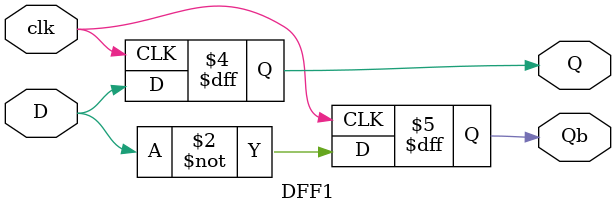
<source format=v>
module DFF1 (
    input D,clk,
    output Q, Qb
);
    initial begin
        Q = 1'b1;
        Qb = 1'b0;
    end
    reg Q, Qb;
    always @(posedge clk) begin
        Q=D;
        Qb=~Q;
    end   
endmodule
</source>
